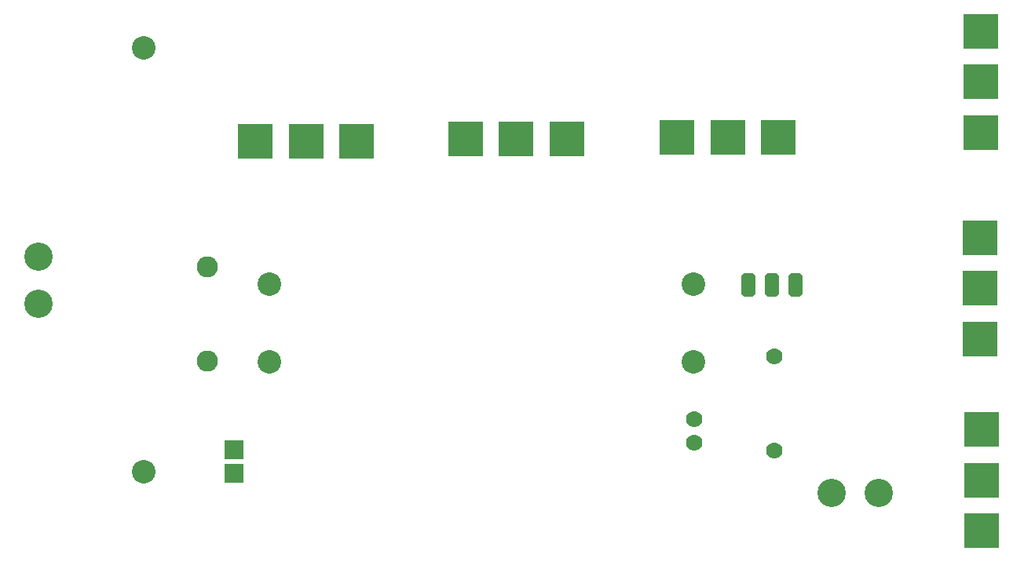
<source format=gbr>
G04 PROTEUS GERBER X2 FILE*
%TF.GenerationSoftware,Labcenter,Proteus,8.13-SP0-Build31525*%
%TF.CreationDate,2025-01-18T14:33:54+00:00*%
%TF.FileFunction,Copper,L1,Top*%
%TF.FilePolarity,Positive*%
%TF.Part,Single*%
%TF.SameCoordinates,{d9d58708-2b01-4210-ba30-9eb4af83a777}*%
%FSLAX45Y45*%
%MOMM*%
G01*
%TA.AperFunction,ComponentPad*%
%ADD10C,3.048000*%
%ADD11C,2.286000*%
%ADD12R,2.032000X2.032000*%
%ADD13C,2.540000*%
%ADD14C,1.778000*%
%AMDIL005*
4,1,8,
-0.762000,0.965200,-0.457200,1.270000,0.457200,1.270000,0.762000,0.965200,0.762000,-0.965200,
0.457200,-1.270000,-0.457200,-1.270000,-0.762000,-0.965200,-0.762000,0.965200,
0*%
%TA.AperFunction,ComponentPad*%
%ADD15DIL005*%
%ADD16R,3.810000X3.810000*%
%TD.AperFunction*%
D10*
X+880000Y+3306548D03*
X+880000Y+2798548D03*
D11*
X+2700000Y+2180548D03*
X+2700000Y+3196548D03*
D12*
X+2990000Y+1226548D03*
X+2990000Y+972548D03*
D13*
X+2010000Y+986548D03*
X+2010000Y+5558548D03*
X+3370000Y+3016548D03*
X+7942000Y+3016548D03*
X+3370000Y+2176548D03*
X+7942000Y+2176548D03*
D14*
X+7950000Y+1302548D03*
X+7950000Y+1556548D03*
D15*
X+8536000Y+3006548D03*
X+8790000Y+3006548D03*
X+9044000Y+3006548D03*
D14*
X+8810000Y+1220548D03*
X+8810000Y+2236548D03*
D16*
X+3217800Y+4556548D03*
X+3763900Y+4556548D03*
X+4310000Y+4556548D03*
X+5483900Y+4576548D03*
X+6030000Y+4576548D03*
X+6576100Y+4576548D03*
X+7763900Y+4596548D03*
X+8310000Y+4596548D03*
X+8856100Y+4596548D03*
X+11040000Y+5742648D03*
X+11040000Y+5196548D03*
X+11040000Y+4650448D03*
X+11030000Y+3512648D03*
X+11030000Y+2966548D03*
X+11030000Y+2420448D03*
X+11050000Y+1442648D03*
X+11050000Y+896548D03*
X+11050000Y+350448D03*
D10*
X+9940000Y+756548D03*
X+9432000Y+756548D03*
M02*

</source>
